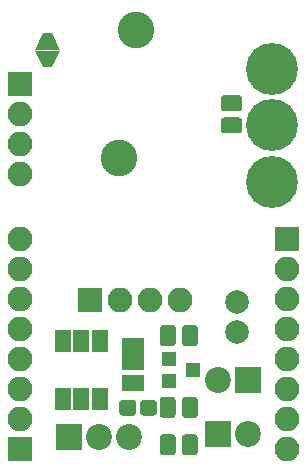
<source format=gts>
G04 #@! TF.GenerationSoftware,KiCad,Pcbnew,5.0.0*
G04 #@! TF.CreationDate,2018-07-30T20:29:51+02:00*
G04 #@! TF.ProjectId,PTL-IR_remote,50544C2D49525F72656D6F74652E6B69,v1.1*
G04 #@! TF.SameCoordinates,PXa4b7f80PY71d9820*
G04 #@! TF.FileFunction,Soldermask,Top*
G04 #@! TF.FilePolarity,Negative*
%FSLAX46Y46*%
G04 Gerber Fmt 4.6, Leading zero omitted, Abs format (unit mm)*
G04 Created by KiCad (PCBNEW 5.0.0) date Mon Jul 30 20:29:51 2018*
%MOMM*%
%LPD*%
G01*
G04 APERTURE LIST*
%ADD10R,2.100000X2.100000*%
%ADD11O,2.100000X2.100000*%
%ADD12C,3.100000*%
%ADD13C,4.400500*%
%ADD14R,2.200000X2.200000*%
%ADD15C,2.200000*%
%ADD16R,1.300000X1.200000*%
%ADD17C,0.100000*%
%ADD18C,1.375000*%
%ADD19R,1.400000X1.900000*%
%ADD20C,2.000000*%
%ADD21C,1.350000*%
%ADD22R,1.900000X2.800000*%
%ADD23R,1.900000X1.450000*%
%ADD24C,1.294426*%
G04 APERTURE END LIST*
D10*
G04 #@! TO.C,J3*
X1300000Y32200000D03*
D11*
X1300000Y29660000D03*
X1300000Y27120000D03*
X1300000Y24580000D03*
G04 #@! TD*
D12*
G04 #@! TO.C,bscrew*
X9700000Y25900000D03*
G04 #@! TD*
D13*
G04 #@! TO.C,3V3*
X22600000Y33500000D03*
G04 #@! TD*
G04 #@! TO.C,D*
X22600000Y28700000D03*
G04 #@! TD*
G04 #@! TO.C,Gnd*
X22600000Y23900000D03*
G04 #@! TD*
D12*
G04 #@! TO.C,dscrew*
X11100000Y36800000D03*
G04 #@! TD*
D14*
G04 #@! TO.C,U1*
X5461000Y2286000D03*
D15*
X8001000Y2286000D03*
X10541000Y2286000D03*
G04 #@! TD*
D16*
G04 #@! TO.C,Q1*
X13900000Y8950000D03*
X13900000Y7050000D03*
X15900000Y8000000D03*
G04 #@! TD*
D17*
G04 #@! TO.C,R5*
G36*
X19789943Y31260845D02*
X19823312Y31255895D01*
X19856035Y31247698D01*
X19887797Y31236334D01*
X19918293Y31221910D01*
X19947227Y31204568D01*
X19974323Y31184472D01*
X19999318Y31161818D01*
X20021972Y31136823D01*
X20042068Y31109727D01*
X20059410Y31080793D01*
X20073834Y31050297D01*
X20085198Y31018535D01*
X20093395Y30985812D01*
X20098345Y30952443D01*
X20100000Y30918750D01*
X20100000Y30231250D01*
X20098345Y30197557D01*
X20093395Y30164188D01*
X20085198Y30131465D01*
X20073834Y30099703D01*
X20059410Y30069207D01*
X20042068Y30040273D01*
X20021972Y30013177D01*
X19999318Y29988182D01*
X19974323Y29965528D01*
X19947227Y29945432D01*
X19918293Y29928090D01*
X19887797Y29913666D01*
X19856035Y29902302D01*
X19823312Y29894105D01*
X19789943Y29889155D01*
X19756250Y29887500D01*
X18643750Y29887500D01*
X18610057Y29889155D01*
X18576688Y29894105D01*
X18543965Y29902302D01*
X18512203Y29913666D01*
X18481707Y29928090D01*
X18452773Y29945432D01*
X18425677Y29965528D01*
X18400682Y29988182D01*
X18378028Y30013177D01*
X18357932Y30040273D01*
X18340590Y30069207D01*
X18326166Y30099703D01*
X18314802Y30131465D01*
X18306605Y30164188D01*
X18301655Y30197557D01*
X18300000Y30231250D01*
X18300000Y30918750D01*
X18301655Y30952443D01*
X18306605Y30985812D01*
X18314802Y31018535D01*
X18326166Y31050297D01*
X18340590Y31080793D01*
X18357932Y31109727D01*
X18378028Y31136823D01*
X18400682Y31161818D01*
X18425677Y31184472D01*
X18452773Y31204568D01*
X18481707Y31221910D01*
X18512203Y31236334D01*
X18543965Y31247698D01*
X18576688Y31255895D01*
X18610057Y31260845D01*
X18643750Y31262500D01*
X19756250Y31262500D01*
X19789943Y31260845D01*
X19789943Y31260845D01*
G37*
D18*
X19200000Y30575000D03*
D17*
G36*
X19789943Y29385845D02*
X19823312Y29380895D01*
X19856035Y29372698D01*
X19887797Y29361334D01*
X19918293Y29346910D01*
X19947227Y29329568D01*
X19974323Y29309472D01*
X19999318Y29286818D01*
X20021972Y29261823D01*
X20042068Y29234727D01*
X20059410Y29205793D01*
X20073834Y29175297D01*
X20085198Y29143535D01*
X20093395Y29110812D01*
X20098345Y29077443D01*
X20100000Y29043750D01*
X20100000Y28356250D01*
X20098345Y28322557D01*
X20093395Y28289188D01*
X20085198Y28256465D01*
X20073834Y28224703D01*
X20059410Y28194207D01*
X20042068Y28165273D01*
X20021972Y28138177D01*
X19999318Y28113182D01*
X19974323Y28090528D01*
X19947227Y28070432D01*
X19918293Y28053090D01*
X19887797Y28038666D01*
X19856035Y28027302D01*
X19823312Y28019105D01*
X19789943Y28014155D01*
X19756250Y28012500D01*
X18643750Y28012500D01*
X18610057Y28014155D01*
X18576688Y28019105D01*
X18543965Y28027302D01*
X18512203Y28038666D01*
X18481707Y28053090D01*
X18452773Y28070432D01*
X18425677Y28090528D01*
X18400682Y28113182D01*
X18378028Y28138177D01*
X18357932Y28165273D01*
X18340590Y28194207D01*
X18326166Y28224703D01*
X18314802Y28256465D01*
X18306605Y28289188D01*
X18301655Y28322557D01*
X18300000Y28356250D01*
X18300000Y29043750D01*
X18301655Y29077443D01*
X18306605Y29110812D01*
X18314802Y29143535D01*
X18326166Y29175297D01*
X18340590Y29205793D01*
X18357932Y29234727D01*
X18378028Y29261823D01*
X18400682Y29286818D01*
X18425677Y29309472D01*
X18452773Y29329568D01*
X18481707Y29346910D01*
X18512203Y29361334D01*
X18543965Y29372698D01*
X18576688Y29380895D01*
X18610057Y29385845D01*
X18643750Y29387500D01*
X19756250Y29387500D01*
X19789943Y29385845D01*
X19789943Y29385845D01*
G37*
D18*
X19200000Y28700000D03*
G04 #@! TD*
D17*
G04 #@! TO.C,R1*
G36*
X16064943Y11798345D02*
X16098312Y11793395D01*
X16131035Y11785198D01*
X16162797Y11773834D01*
X16193293Y11759410D01*
X16222227Y11742068D01*
X16249323Y11721972D01*
X16274318Y11699318D01*
X16296972Y11674323D01*
X16317068Y11647227D01*
X16334410Y11618293D01*
X16348834Y11587797D01*
X16360198Y11556035D01*
X16368395Y11523312D01*
X16373345Y11489943D01*
X16375000Y11456250D01*
X16375000Y10343750D01*
X16373345Y10310057D01*
X16368395Y10276688D01*
X16360198Y10243965D01*
X16348834Y10212203D01*
X16334410Y10181707D01*
X16317068Y10152773D01*
X16296972Y10125677D01*
X16274318Y10100682D01*
X16249323Y10078028D01*
X16222227Y10057932D01*
X16193293Y10040590D01*
X16162797Y10026166D01*
X16131035Y10014802D01*
X16098312Y10006605D01*
X16064943Y10001655D01*
X16031250Y10000000D01*
X15343750Y10000000D01*
X15310057Y10001655D01*
X15276688Y10006605D01*
X15243965Y10014802D01*
X15212203Y10026166D01*
X15181707Y10040590D01*
X15152773Y10057932D01*
X15125677Y10078028D01*
X15100682Y10100682D01*
X15078028Y10125677D01*
X15057932Y10152773D01*
X15040590Y10181707D01*
X15026166Y10212203D01*
X15014802Y10243965D01*
X15006605Y10276688D01*
X15001655Y10310057D01*
X15000000Y10343750D01*
X15000000Y11456250D01*
X15001655Y11489943D01*
X15006605Y11523312D01*
X15014802Y11556035D01*
X15026166Y11587797D01*
X15040590Y11618293D01*
X15057932Y11647227D01*
X15078028Y11674323D01*
X15100682Y11699318D01*
X15125677Y11721972D01*
X15152773Y11742068D01*
X15181707Y11759410D01*
X15212203Y11773834D01*
X15243965Y11785198D01*
X15276688Y11793395D01*
X15310057Y11798345D01*
X15343750Y11800000D01*
X16031250Y11800000D01*
X16064943Y11798345D01*
X16064943Y11798345D01*
G37*
D18*
X15687500Y10900000D03*
D17*
G36*
X14189943Y11798345D02*
X14223312Y11793395D01*
X14256035Y11785198D01*
X14287797Y11773834D01*
X14318293Y11759410D01*
X14347227Y11742068D01*
X14374323Y11721972D01*
X14399318Y11699318D01*
X14421972Y11674323D01*
X14442068Y11647227D01*
X14459410Y11618293D01*
X14473834Y11587797D01*
X14485198Y11556035D01*
X14493395Y11523312D01*
X14498345Y11489943D01*
X14500000Y11456250D01*
X14500000Y10343750D01*
X14498345Y10310057D01*
X14493395Y10276688D01*
X14485198Y10243965D01*
X14473834Y10212203D01*
X14459410Y10181707D01*
X14442068Y10152773D01*
X14421972Y10125677D01*
X14399318Y10100682D01*
X14374323Y10078028D01*
X14347227Y10057932D01*
X14318293Y10040590D01*
X14287797Y10026166D01*
X14256035Y10014802D01*
X14223312Y10006605D01*
X14189943Y10001655D01*
X14156250Y10000000D01*
X13468750Y10000000D01*
X13435057Y10001655D01*
X13401688Y10006605D01*
X13368965Y10014802D01*
X13337203Y10026166D01*
X13306707Y10040590D01*
X13277773Y10057932D01*
X13250677Y10078028D01*
X13225682Y10100682D01*
X13203028Y10125677D01*
X13182932Y10152773D01*
X13165590Y10181707D01*
X13151166Y10212203D01*
X13139802Y10243965D01*
X13131605Y10276688D01*
X13126655Y10310057D01*
X13125000Y10343750D01*
X13125000Y11456250D01*
X13126655Y11489943D01*
X13131605Y11523312D01*
X13139802Y11556035D01*
X13151166Y11587797D01*
X13165590Y11618293D01*
X13182932Y11647227D01*
X13203028Y11674323D01*
X13225682Y11699318D01*
X13250677Y11721972D01*
X13277773Y11742068D01*
X13306707Y11759410D01*
X13337203Y11773834D01*
X13368965Y11785198D01*
X13401688Y11793395D01*
X13435057Y11798345D01*
X13468750Y11800000D01*
X14156250Y11800000D01*
X14189943Y11798345D01*
X14189943Y11798345D01*
G37*
D18*
X13812500Y10900000D03*
G04 #@! TD*
D17*
G04 #@! TO.C,R2*
G36*
X14171943Y5724345D02*
X14205312Y5719395D01*
X14238035Y5711198D01*
X14269797Y5699834D01*
X14300293Y5685410D01*
X14329227Y5668068D01*
X14356323Y5647972D01*
X14381318Y5625318D01*
X14403972Y5600323D01*
X14424068Y5573227D01*
X14441410Y5544293D01*
X14455834Y5513797D01*
X14467198Y5482035D01*
X14475395Y5449312D01*
X14480345Y5415943D01*
X14482000Y5382250D01*
X14482000Y4269750D01*
X14480345Y4236057D01*
X14475395Y4202688D01*
X14467198Y4169965D01*
X14455834Y4138203D01*
X14441410Y4107707D01*
X14424068Y4078773D01*
X14403972Y4051677D01*
X14381318Y4026682D01*
X14356323Y4004028D01*
X14329227Y3983932D01*
X14300293Y3966590D01*
X14269797Y3952166D01*
X14238035Y3940802D01*
X14205312Y3932605D01*
X14171943Y3927655D01*
X14138250Y3926000D01*
X13450750Y3926000D01*
X13417057Y3927655D01*
X13383688Y3932605D01*
X13350965Y3940802D01*
X13319203Y3952166D01*
X13288707Y3966590D01*
X13259773Y3983932D01*
X13232677Y4004028D01*
X13207682Y4026682D01*
X13185028Y4051677D01*
X13164932Y4078773D01*
X13147590Y4107707D01*
X13133166Y4138203D01*
X13121802Y4169965D01*
X13113605Y4202688D01*
X13108655Y4236057D01*
X13107000Y4269750D01*
X13107000Y5382250D01*
X13108655Y5415943D01*
X13113605Y5449312D01*
X13121802Y5482035D01*
X13133166Y5513797D01*
X13147590Y5544293D01*
X13164932Y5573227D01*
X13185028Y5600323D01*
X13207682Y5625318D01*
X13232677Y5647972D01*
X13259773Y5668068D01*
X13288707Y5685410D01*
X13319203Y5699834D01*
X13350965Y5711198D01*
X13383688Y5719395D01*
X13417057Y5724345D01*
X13450750Y5726000D01*
X14138250Y5726000D01*
X14171943Y5724345D01*
X14171943Y5724345D01*
G37*
D18*
X13794500Y4826000D03*
D17*
G36*
X16046943Y5724345D02*
X16080312Y5719395D01*
X16113035Y5711198D01*
X16144797Y5699834D01*
X16175293Y5685410D01*
X16204227Y5668068D01*
X16231323Y5647972D01*
X16256318Y5625318D01*
X16278972Y5600323D01*
X16299068Y5573227D01*
X16316410Y5544293D01*
X16330834Y5513797D01*
X16342198Y5482035D01*
X16350395Y5449312D01*
X16355345Y5415943D01*
X16357000Y5382250D01*
X16357000Y4269750D01*
X16355345Y4236057D01*
X16350395Y4202688D01*
X16342198Y4169965D01*
X16330834Y4138203D01*
X16316410Y4107707D01*
X16299068Y4078773D01*
X16278972Y4051677D01*
X16256318Y4026682D01*
X16231323Y4004028D01*
X16204227Y3983932D01*
X16175293Y3966590D01*
X16144797Y3952166D01*
X16113035Y3940802D01*
X16080312Y3932605D01*
X16046943Y3927655D01*
X16013250Y3926000D01*
X15325750Y3926000D01*
X15292057Y3927655D01*
X15258688Y3932605D01*
X15225965Y3940802D01*
X15194203Y3952166D01*
X15163707Y3966590D01*
X15134773Y3983932D01*
X15107677Y4004028D01*
X15082682Y4026682D01*
X15060028Y4051677D01*
X15039932Y4078773D01*
X15022590Y4107707D01*
X15008166Y4138203D01*
X14996802Y4169965D01*
X14988605Y4202688D01*
X14983655Y4236057D01*
X14982000Y4269750D01*
X14982000Y5382250D01*
X14983655Y5415943D01*
X14988605Y5449312D01*
X14996802Y5482035D01*
X15008166Y5513797D01*
X15022590Y5544293D01*
X15039932Y5573227D01*
X15060028Y5600323D01*
X15082682Y5625318D01*
X15107677Y5647972D01*
X15134773Y5668068D01*
X15163707Y5685410D01*
X15194203Y5699834D01*
X15225965Y5711198D01*
X15258688Y5719395D01*
X15292057Y5724345D01*
X15325750Y5726000D01*
X16013250Y5726000D01*
X16046943Y5724345D01*
X16046943Y5724345D01*
G37*
D18*
X15669500Y4826000D03*
G04 #@! TD*
D17*
G04 #@! TO.C,R4*
G36*
X16046943Y2549345D02*
X16080312Y2544395D01*
X16113035Y2536198D01*
X16144797Y2524834D01*
X16175293Y2510410D01*
X16204227Y2493068D01*
X16231323Y2472972D01*
X16256318Y2450318D01*
X16278972Y2425323D01*
X16299068Y2398227D01*
X16316410Y2369293D01*
X16330834Y2338797D01*
X16342198Y2307035D01*
X16350395Y2274312D01*
X16355345Y2240943D01*
X16357000Y2207250D01*
X16357000Y1094750D01*
X16355345Y1061057D01*
X16350395Y1027688D01*
X16342198Y994965D01*
X16330834Y963203D01*
X16316410Y932707D01*
X16299068Y903773D01*
X16278972Y876677D01*
X16256318Y851682D01*
X16231323Y829028D01*
X16204227Y808932D01*
X16175293Y791590D01*
X16144797Y777166D01*
X16113035Y765802D01*
X16080312Y757605D01*
X16046943Y752655D01*
X16013250Y751000D01*
X15325750Y751000D01*
X15292057Y752655D01*
X15258688Y757605D01*
X15225965Y765802D01*
X15194203Y777166D01*
X15163707Y791590D01*
X15134773Y808932D01*
X15107677Y829028D01*
X15082682Y851682D01*
X15060028Y876677D01*
X15039932Y903773D01*
X15022590Y932707D01*
X15008166Y963203D01*
X14996802Y994965D01*
X14988605Y1027688D01*
X14983655Y1061057D01*
X14982000Y1094750D01*
X14982000Y2207250D01*
X14983655Y2240943D01*
X14988605Y2274312D01*
X14996802Y2307035D01*
X15008166Y2338797D01*
X15022590Y2369293D01*
X15039932Y2398227D01*
X15060028Y2425323D01*
X15082682Y2450318D01*
X15107677Y2472972D01*
X15134773Y2493068D01*
X15163707Y2510410D01*
X15194203Y2524834D01*
X15225965Y2536198D01*
X15258688Y2544395D01*
X15292057Y2549345D01*
X15325750Y2551000D01*
X16013250Y2551000D01*
X16046943Y2549345D01*
X16046943Y2549345D01*
G37*
D18*
X15669500Y1651000D03*
D17*
G36*
X14171943Y2549345D02*
X14205312Y2544395D01*
X14238035Y2536198D01*
X14269797Y2524834D01*
X14300293Y2510410D01*
X14329227Y2493068D01*
X14356323Y2472972D01*
X14381318Y2450318D01*
X14403972Y2425323D01*
X14424068Y2398227D01*
X14441410Y2369293D01*
X14455834Y2338797D01*
X14467198Y2307035D01*
X14475395Y2274312D01*
X14480345Y2240943D01*
X14482000Y2207250D01*
X14482000Y1094750D01*
X14480345Y1061057D01*
X14475395Y1027688D01*
X14467198Y994965D01*
X14455834Y963203D01*
X14441410Y932707D01*
X14424068Y903773D01*
X14403972Y876677D01*
X14381318Y851682D01*
X14356323Y829028D01*
X14329227Y808932D01*
X14300293Y791590D01*
X14269797Y777166D01*
X14238035Y765802D01*
X14205312Y757605D01*
X14171943Y752655D01*
X14138250Y751000D01*
X13450750Y751000D01*
X13417057Y752655D01*
X13383688Y757605D01*
X13350965Y765802D01*
X13319203Y777166D01*
X13288707Y791590D01*
X13259773Y808932D01*
X13232677Y829028D01*
X13207682Y851682D01*
X13185028Y876677D01*
X13164932Y903773D01*
X13147590Y932707D01*
X13133166Y963203D01*
X13121802Y994965D01*
X13113605Y1027688D01*
X13108655Y1061057D01*
X13107000Y1094750D01*
X13107000Y2207250D01*
X13108655Y2240943D01*
X13113605Y2274312D01*
X13121802Y2307035D01*
X13133166Y2338797D01*
X13147590Y2369293D01*
X13164932Y2398227D01*
X13185028Y2425323D01*
X13207682Y2450318D01*
X13232677Y2472972D01*
X13259773Y2493068D01*
X13288707Y2510410D01*
X13319203Y2524834D01*
X13350965Y2536198D01*
X13383688Y2544395D01*
X13417057Y2549345D01*
X13450750Y2551000D01*
X14138250Y2551000D01*
X14171943Y2549345D01*
X14171943Y2549345D01*
G37*
D18*
X13794500Y1651000D03*
G04 #@! TD*
D10*
G04 #@! TO.C,DHT22*
X7239000Y13900000D03*
D11*
X9779000Y13900000D03*
X12319000Y13900000D03*
X14859000Y13900000D03*
G04 #@! TD*
G04 #@! TO.C,J1*
X23939500Y1333500D03*
X23939500Y3873500D03*
X23939500Y6413500D03*
X23939500Y8953500D03*
X23939500Y11493500D03*
X23939500Y14033500D03*
X23939500Y16573500D03*
D10*
X23939500Y19113500D03*
G04 #@! TD*
G04 #@! TO.C,J2*
X1270000Y1270000D03*
D11*
X1270000Y3810000D03*
X1270000Y6350000D03*
X1270000Y8890000D03*
X1270000Y11430000D03*
X1270000Y13970000D03*
X1270000Y16510000D03*
X1270000Y19050000D03*
G04 #@! TD*
D19*
G04 #@! TO.C,D4*
X4900000Y5550000D03*
X6500000Y5550000D03*
X8100000Y5550000D03*
X4900000Y10450000D03*
X6500000Y10450000D03*
X8100000Y10450000D03*
G04 #@! TD*
D20*
G04 #@! TO.C,PR1*
X19700000Y13740000D03*
X19700000Y11200000D03*
G04 #@! TD*
D17*
G04 #@! TO.C,C1*
G36*
X12595581Y5473375D02*
X12628343Y5468515D01*
X12660471Y5460467D01*
X12691656Y5449309D01*
X12721596Y5435148D01*
X12750005Y5418121D01*
X12776608Y5398391D01*
X12801149Y5376149D01*
X12823391Y5351608D01*
X12843121Y5325005D01*
X12860148Y5296596D01*
X12874309Y5266656D01*
X12885467Y5235471D01*
X12893515Y5203343D01*
X12898375Y5170581D01*
X12900000Y5137500D01*
X12900000Y4462500D01*
X12898375Y4429419D01*
X12893515Y4396657D01*
X12885467Y4364529D01*
X12874309Y4333344D01*
X12860148Y4303404D01*
X12843121Y4274995D01*
X12823391Y4248392D01*
X12801149Y4223851D01*
X12776608Y4201609D01*
X12750005Y4181879D01*
X12721596Y4164852D01*
X12691656Y4150691D01*
X12660471Y4139533D01*
X12628343Y4131485D01*
X12595581Y4126625D01*
X12562500Y4125000D01*
X11787500Y4125000D01*
X11754419Y4126625D01*
X11721657Y4131485D01*
X11689529Y4139533D01*
X11658344Y4150691D01*
X11628404Y4164852D01*
X11599995Y4181879D01*
X11573392Y4201609D01*
X11548851Y4223851D01*
X11526609Y4248392D01*
X11506879Y4274995D01*
X11489852Y4303404D01*
X11475691Y4333344D01*
X11464533Y4364529D01*
X11456485Y4396657D01*
X11451625Y4429419D01*
X11450000Y4462500D01*
X11450000Y5137500D01*
X11451625Y5170581D01*
X11456485Y5203343D01*
X11464533Y5235471D01*
X11475691Y5266656D01*
X11489852Y5296596D01*
X11506879Y5325005D01*
X11526609Y5351608D01*
X11548851Y5376149D01*
X11573392Y5398391D01*
X11599995Y5418121D01*
X11628404Y5435148D01*
X11658344Y5449309D01*
X11689529Y5460467D01*
X11721657Y5468515D01*
X11754419Y5473375D01*
X11787500Y5475000D01*
X12562500Y5475000D01*
X12595581Y5473375D01*
X12595581Y5473375D01*
G37*
D21*
X12175000Y4800000D03*
D17*
G36*
X10845581Y5473375D02*
X10878343Y5468515D01*
X10910471Y5460467D01*
X10941656Y5449309D01*
X10971596Y5435148D01*
X11000005Y5418121D01*
X11026608Y5398391D01*
X11051149Y5376149D01*
X11073391Y5351608D01*
X11093121Y5325005D01*
X11110148Y5296596D01*
X11124309Y5266656D01*
X11135467Y5235471D01*
X11143515Y5203343D01*
X11148375Y5170581D01*
X11150000Y5137500D01*
X11150000Y4462500D01*
X11148375Y4429419D01*
X11143515Y4396657D01*
X11135467Y4364529D01*
X11124309Y4333344D01*
X11110148Y4303404D01*
X11093121Y4274995D01*
X11073391Y4248392D01*
X11051149Y4223851D01*
X11026608Y4201609D01*
X11000005Y4181879D01*
X10971596Y4164852D01*
X10941656Y4150691D01*
X10910471Y4139533D01*
X10878343Y4131485D01*
X10845581Y4126625D01*
X10812500Y4125000D01*
X10037500Y4125000D01*
X10004419Y4126625D01*
X9971657Y4131485D01*
X9939529Y4139533D01*
X9908344Y4150691D01*
X9878404Y4164852D01*
X9849995Y4181879D01*
X9823392Y4201609D01*
X9798851Y4223851D01*
X9776609Y4248392D01*
X9756879Y4274995D01*
X9739852Y4303404D01*
X9725691Y4333344D01*
X9714533Y4364529D01*
X9706485Y4396657D01*
X9701625Y4429419D01*
X9700000Y4462500D01*
X9700000Y5137500D01*
X9701625Y5170581D01*
X9706485Y5203343D01*
X9714533Y5235471D01*
X9725691Y5266656D01*
X9739852Y5296596D01*
X9756879Y5325005D01*
X9776609Y5351608D01*
X9798851Y5376149D01*
X9823392Y5398391D01*
X9849995Y5418121D01*
X9878404Y5435148D01*
X9908344Y5449309D01*
X9939529Y5460467D01*
X9971657Y5468515D01*
X10004419Y5473375D01*
X10037500Y5475000D01*
X10812500Y5475000D01*
X10845581Y5473375D01*
X10845581Y5473375D01*
G37*
D21*
X10425000Y4800000D03*
G04 #@! TD*
D15*
G04 #@! TO.C,D1*
X20574000Y2540000D03*
D14*
X18034000Y2540000D03*
G04 #@! TD*
G04 #@! TO.C,D2*
X20574000Y7112000D03*
D15*
X18034000Y7112000D03*
G04 #@! TD*
D22*
G04 #@! TO.C,D3*
X10900000Y9300000D03*
D23*
X10900000Y6925000D03*
G04 #@! TD*
D24*
G04 #@! TO.C,JP1*
X3600000Y35800000D03*
D17*
G36*
X4673607Y35100000D02*
X2526393Y35100000D01*
X3226393Y36500000D01*
X3973607Y36500000D01*
X4673607Y35100000D01*
X4673607Y35100000D01*
G37*
D24*
X3600000Y34300000D03*
D17*
G36*
X3973607Y33600000D02*
X3226393Y33600000D01*
X2526393Y35000000D01*
X4673607Y35000000D01*
X3973607Y33600000D01*
X3973607Y33600000D01*
G37*
G04 #@! TD*
M02*

</source>
